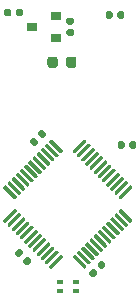
<source format=gbp>
%TF.GenerationSoftware,KiCad,Pcbnew,5.1.6*%
%TF.CreationDate,2020-10-25T22:33:59+01:00*%
%TF.ProjectId,anykey,616e796b-6579-42e6-9b69-6361645f7063,rev?*%
%TF.SameCoordinates,Original*%
%TF.FileFunction,Paste,Bot*%
%TF.FilePolarity,Positive*%
%FSLAX46Y46*%
G04 Gerber Fmt 4.6, Leading zero omitted, Abs format (unit mm)*
G04 Created by KiCad (PCBNEW 5.1.6) date 2020-10-25 22:33:59*
%MOMM*%
%LPD*%
G01*
G04 APERTURE LIST*
%ADD10R,0.900000X0.800000*%
%ADD11R,0.600000X0.400000*%
G04 APERTURE END LIST*
%TO.C,C4*%
G36*
G01*
X154810000Y-73827500D02*
X154810000Y-74172500D01*
G75*
G02*
X154662500Y-74320000I-147500J0D01*
G01*
X154367500Y-74320000D01*
G75*
G02*
X154220000Y-74172500I0J147500D01*
G01*
X154220000Y-73827500D01*
G75*
G02*
X154367500Y-73680000I147500J0D01*
G01*
X154662500Y-73680000D01*
G75*
G02*
X154810000Y-73827500I0J-147500D01*
G01*
G37*
G36*
G01*
X155780000Y-73827500D02*
X155780000Y-74172500D01*
G75*
G02*
X155632500Y-74320000I-147500J0D01*
G01*
X155337500Y-74320000D01*
G75*
G02*
X155190000Y-74172500I0J147500D01*
G01*
X155190000Y-73827500D01*
G75*
G02*
X155337500Y-73680000I147500J0D01*
G01*
X155632500Y-73680000D01*
G75*
G02*
X155780000Y-73827500I0J-147500D01*
G01*
G37*
%TD*%
%TO.C,C6*%
G36*
G01*
X145590000Y-62972500D02*
X145590000Y-62627500D01*
G75*
G02*
X145737500Y-62480000I147500J0D01*
G01*
X146032500Y-62480000D01*
G75*
G02*
X146180000Y-62627500I0J-147500D01*
G01*
X146180000Y-62972500D01*
G75*
G02*
X146032500Y-63120000I-147500J0D01*
G01*
X145737500Y-63120000D01*
G75*
G02*
X145590000Y-62972500I0J147500D01*
G01*
G37*
G36*
G01*
X144620000Y-62972500D02*
X144620000Y-62627500D01*
G75*
G02*
X144767500Y-62480000I147500J0D01*
G01*
X145062500Y-62480000D01*
G75*
G02*
X145210000Y-62627500I0J-147500D01*
G01*
X145210000Y-62972500D01*
G75*
G02*
X145062500Y-63120000I-147500J0D01*
G01*
X144767500Y-63120000D01*
G75*
G02*
X144620000Y-62972500I0J147500D01*
G01*
G37*
%TD*%
%TO.C,U2*%
G36*
G01*
X151361180Y-84462400D02*
X150424264Y-83525484D01*
G75*
G02*
X150424264Y-83419418I53033J53033D01*
G01*
X150530330Y-83313352D01*
G75*
G02*
X150636396Y-83313352I53033J-53033D01*
G01*
X151573312Y-84250268D01*
G75*
G02*
X151573312Y-84356334I-53033J-53033D01*
G01*
X151467246Y-84462400D01*
G75*
G02*
X151361180Y-84462400I-53033J53033D01*
G01*
G37*
G36*
G01*
X151714734Y-84108846D02*
X150777818Y-83171930D01*
G75*
G02*
X150777818Y-83065864I53033J53033D01*
G01*
X150883884Y-82959798D01*
G75*
G02*
X150989950Y-82959798I53033J-53033D01*
G01*
X151926866Y-83896714D01*
G75*
G02*
X151926866Y-84002780I-53033J-53033D01*
G01*
X151820800Y-84108846D01*
G75*
G02*
X151714734Y-84108846I-53033J53033D01*
G01*
G37*
G36*
G01*
X152068287Y-83755293D02*
X151131371Y-82818377D01*
G75*
G02*
X151131371Y-82712311I53033J53033D01*
G01*
X151237437Y-82606245D01*
G75*
G02*
X151343503Y-82606245I53033J-53033D01*
G01*
X152280419Y-83543161D01*
G75*
G02*
X152280419Y-83649227I-53033J-53033D01*
G01*
X152174353Y-83755293D01*
G75*
G02*
X152068287Y-83755293I-53033J53033D01*
G01*
G37*
G36*
G01*
X152421841Y-83401739D02*
X151484925Y-82464823D01*
G75*
G02*
X151484925Y-82358757I53033J53033D01*
G01*
X151590991Y-82252691D01*
G75*
G02*
X151697057Y-82252691I53033J-53033D01*
G01*
X152633973Y-83189607D01*
G75*
G02*
X152633973Y-83295673I-53033J-53033D01*
G01*
X152527907Y-83401739D01*
G75*
G02*
X152421841Y-83401739I-53033J53033D01*
G01*
G37*
G36*
G01*
X152775394Y-83048186D02*
X151838478Y-82111270D01*
G75*
G02*
X151838478Y-82005204I53033J53033D01*
G01*
X151944544Y-81899138D01*
G75*
G02*
X152050610Y-81899138I53033J-53033D01*
G01*
X152987526Y-82836054D01*
G75*
G02*
X152987526Y-82942120I-53033J-53033D01*
G01*
X152881460Y-83048186D01*
G75*
G02*
X152775394Y-83048186I-53033J53033D01*
G01*
G37*
G36*
G01*
X153128947Y-82694633D02*
X152192031Y-81757717D01*
G75*
G02*
X152192031Y-81651651I53033J53033D01*
G01*
X152298097Y-81545585D01*
G75*
G02*
X152404163Y-81545585I53033J-53033D01*
G01*
X153341079Y-82482501D01*
G75*
G02*
X153341079Y-82588567I-53033J-53033D01*
G01*
X153235013Y-82694633D01*
G75*
G02*
X153128947Y-82694633I-53033J53033D01*
G01*
G37*
G36*
G01*
X153482501Y-82341079D02*
X152545585Y-81404163D01*
G75*
G02*
X152545585Y-81298097I53033J53033D01*
G01*
X152651651Y-81192031D01*
G75*
G02*
X152757717Y-81192031I53033J-53033D01*
G01*
X153694633Y-82128947D01*
G75*
G02*
X153694633Y-82235013I-53033J-53033D01*
G01*
X153588567Y-82341079D01*
G75*
G02*
X153482501Y-82341079I-53033J53033D01*
G01*
G37*
G36*
G01*
X153836054Y-81987526D02*
X152899138Y-81050610D01*
G75*
G02*
X152899138Y-80944544I53033J53033D01*
G01*
X153005204Y-80838478D01*
G75*
G02*
X153111270Y-80838478I53033J-53033D01*
G01*
X154048186Y-81775394D01*
G75*
G02*
X154048186Y-81881460I-53033J-53033D01*
G01*
X153942120Y-81987526D01*
G75*
G02*
X153836054Y-81987526I-53033J53033D01*
G01*
G37*
G36*
G01*
X154189607Y-81633973D02*
X153252691Y-80697057D01*
G75*
G02*
X153252691Y-80590991I53033J53033D01*
G01*
X153358757Y-80484925D01*
G75*
G02*
X153464823Y-80484925I53033J-53033D01*
G01*
X154401739Y-81421841D01*
G75*
G02*
X154401739Y-81527907I-53033J-53033D01*
G01*
X154295673Y-81633973D01*
G75*
G02*
X154189607Y-81633973I-53033J53033D01*
G01*
G37*
G36*
G01*
X154543161Y-81280419D02*
X153606245Y-80343503D01*
G75*
G02*
X153606245Y-80237437I53033J53033D01*
G01*
X153712311Y-80131371D01*
G75*
G02*
X153818377Y-80131371I53033J-53033D01*
G01*
X154755293Y-81068287D01*
G75*
G02*
X154755293Y-81174353I-53033J-53033D01*
G01*
X154649227Y-81280419D01*
G75*
G02*
X154543161Y-81280419I-53033J53033D01*
G01*
G37*
G36*
G01*
X154896714Y-80926866D02*
X153959798Y-79989950D01*
G75*
G02*
X153959798Y-79883884I53033J53033D01*
G01*
X154065864Y-79777818D01*
G75*
G02*
X154171930Y-79777818I53033J-53033D01*
G01*
X155108846Y-80714734D01*
G75*
G02*
X155108846Y-80820800I-53033J-53033D01*
G01*
X155002780Y-80926866D01*
G75*
G02*
X154896714Y-80926866I-53033J53033D01*
G01*
G37*
G36*
G01*
X155250268Y-80573312D02*
X154313352Y-79636396D01*
G75*
G02*
X154313352Y-79530330I53033J53033D01*
G01*
X154419418Y-79424264D01*
G75*
G02*
X154525484Y-79424264I53033J-53033D01*
G01*
X155462400Y-80361180D01*
G75*
G02*
X155462400Y-80467246I-53033J-53033D01*
G01*
X155356334Y-80573312D01*
G75*
G02*
X155250268Y-80573312I-53033J53033D01*
G01*
G37*
G36*
G01*
X154419418Y-78575736D02*
X154313352Y-78469670D01*
G75*
G02*
X154313352Y-78363604I53033J53033D01*
G01*
X155250268Y-77426688D01*
G75*
G02*
X155356334Y-77426688I53033J-53033D01*
G01*
X155462400Y-77532754D01*
G75*
G02*
X155462400Y-77638820I-53033J-53033D01*
G01*
X154525484Y-78575736D01*
G75*
G02*
X154419418Y-78575736I-53033J53033D01*
G01*
G37*
G36*
G01*
X154065864Y-78222182D02*
X153959798Y-78116116D01*
G75*
G02*
X153959798Y-78010050I53033J53033D01*
G01*
X154896714Y-77073134D01*
G75*
G02*
X155002780Y-77073134I53033J-53033D01*
G01*
X155108846Y-77179200D01*
G75*
G02*
X155108846Y-77285266I-53033J-53033D01*
G01*
X154171930Y-78222182D01*
G75*
G02*
X154065864Y-78222182I-53033J53033D01*
G01*
G37*
G36*
G01*
X153712311Y-77868629D02*
X153606245Y-77762563D01*
G75*
G02*
X153606245Y-77656497I53033J53033D01*
G01*
X154543161Y-76719581D01*
G75*
G02*
X154649227Y-76719581I53033J-53033D01*
G01*
X154755293Y-76825647D01*
G75*
G02*
X154755293Y-76931713I-53033J-53033D01*
G01*
X153818377Y-77868629D01*
G75*
G02*
X153712311Y-77868629I-53033J53033D01*
G01*
G37*
G36*
G01*
X153358757Y-77515075D02*
X153252691Y-77409009D01*
G75*
G02*
X153252691Y-77302943I53033J53033D01*
G01*
X154189607Y-76366027D01*
G75*
G02*
X154295673Y-76366027I53033J-53033D01*
G01*
X154401739Y-76472093D01*
G75*
G02*
X154401739Y-76578159I-53033J-53033D01*
G01*
X153464823Y-77515075D01*
G75*
G02*
X153358757Y-77515075I-53033J53033D01*
G01*
G37*
G36*
G01*
X153005204Y-77161522D02*
X152899138Y-77055456D01*
G75*
G02*
X152899138Y-76949390I53033J53033D01*
G01*
X153836054Y-76012474D01*
G75*
G02*
X153942120Y-76012474I53033J-53033D01*
G01*
X154048186Y-76118540D01*
G75*
G02*
X154048186Y-76224606I-53033J-53033D01*
G01*
X153111270Y-77161522D01*
G75*
G02*
X153005204Y-77161522I-53033J53033D01*
G01*
G37*
G36*
G01*
X152651651Y-76807969D02*
X152545585Y-76701903D01*
G75*
G02*
X152545585Y-76595837I53033J53033D01*
G01*
X153482501Y-75658921D01*
G75*
G02*
X153588567Y-75658921I53033J-53033D01*
G01*
X153694633Y-75764987D01*
G75*
G02*
X153694633Y-75871053I-53033J-53033D01*
G01*
X152757717Y-76807969D01*
G75*
G02*
X152651651Y-76807969I-53033J53033D01*
G01*
G37*
G36*
G01*
X152298097Y-76454415D02*
X152192031Y-76348349D01*
G75*
G02*
X152192031Y-76242283I53033J53033D01*
G01*
X153128947Y-75305367D01*
G75*
G02*
X153235013Y-75305367I53033J-53033D01*
G01*
X153341079Y-75411433D01*
G75*
G02*
X153341079Y-75517499I-53033J-53033D01*
G01*
X152404163Y-76454415D01*
G75*
G02*
X152298097Y-76454415I-53033J53033D01*
G01*
G37*
G36*
G01*
X151944544Y-76100862D02*
X151838478Y-75994796D01*
G75*
G02*
X151838478Y-75888730I53033J53033D01*
G01*
X152775394Y-74951814D01*
G75*
G02*
X152881460Y-74951814I53033J-53033D01*
G01*
X152987526Y-75057880D01*
G75*
G02*
X152987526Y-75163946I-53033J-53033D01*
G01*
X152050610Y-76100862D01*
G75*
G02*
X151944544Y-76100862I-53033J53033D01*
G01*
G37*
G36*
G01*
X151590991Y-75747309D02*
X151484925Y-75641243D01*
G75*
G02*
X151484925Y-75535177I53033J53033D01*
G01*
X152421841Y-74598261D01*
G75*
G02*
X152527907Y-74598261I53033J-53033D01*
G01*
X152633973Y-74704327D01*
G75*
G02*
X152633973Y-74810393I-53033J-53033D01*
G01*
X151697057Y-75747309D01*
G75*
G02*
X151590991Y-75747309I-53033J53033D01*
G01*
G37*
G36*
G01*
X151237437Y-75393755D02*
X151131371Y-75287689D01*
G75*
G02*
X151131371Y-75181623I53033J53033D01*
G01*
X152068287Y-74244707D01*
G75*
G02*
X152174353Y-74244707I53033J-53033D01*
G01*
X152280419Y-74350773D01*
G75*
G02*
X152280419Y-74456839I-53033J-53033D01*
G01*
X151343503Y-75393755D01*
G75*
G02*
X151237437Y-75393755I-53033J53033D01*
G01*
G37*
G36*
G01*
X150883884Y-75040202D02*
X150777818Y-74934136D01*
G75*
G02*
X150777818Y-74828070I53033J53033D01*
G01*
X151714734Y-73891154D01*
G75*
G02*
X151820800Y-73891154I53033J-53033D01*
G01*
X151926866Y-73997220D01*
G75*
G02*
X151926866Y-74103286I-53033J-53033D01*
G01*
X150989950Y-75040202D01*
G75*
G02*
X150883884Y-75040202I-53033J53033D01*
G01*
G37*
G36*
G01*
X150530330Y-74686648D02*
X150424264Y-74580582D01*
G75*
G02*
X150424264Y-74474516I53033J53033D01*
G01*
X151361180Y-73537600D01*
G75*
G02*
X151467246Y-73537600I53033J-53033D01*
G01*
X151573312Y-73643666D01*
G75*
G02*
X151573312Y-73749732I-53033J-53033D01*
G01*
X150636396Y-74686648D01*
G75*
G02*
X150530330Y-74686648I-53033J53033D01*
G01*
G37*
G36*
G01*
X149363604Y-74686648D02*
X148426688Y-73749732D01*
G75*
G02*
X148426688Y-73643666I53033J53033D01*
G01*
X148532754Y-73537600D01*
G75*
G02*
X148638820Y-73537600I53033J-53033D01*
G01*
X149575736Y-74474516D01*
G75*
G02*
X149575736Y-74580582I-53033J-53033D01*
G01*
X149469670Y-74686648D01*
G75*
G02*
X149363604Y-74686648I-53033J53033D01*
G01*
G37*
G36*
G01*
X149010050Y-75040202D02*
X148073134Y-74103286D01*
G75*
G02*
X148073134Y-73997220I53033J53033D01*
G01*
X148179200Y-73891154D01*
G75*
G02*
X148285266Y-73891154I53033J-53033D01*
G01*
X149222182Y-74828070D01*
G75*
G02*
X149222182Y-74934136I-53033J-53033D01*
G01*
X149116116Y-75040202D01*
G75*
G02*
X149010050Y-75040202I-53033J53033D01*
G01*
G37*
G36*
G01*
X148656497Y-75393755D02*
X147719581Y-74456839D01*
G75*
G02*
X147719581Y-74350773I53033J53033D01*
G01*
X147825647Y-74244707D01*
G75*
G02*
X147931713Y-74244707I53033J-53033D01*
G01*
X148868629Y-75181623D01*
G75*
G02*
X148868629Y-75287689I-53033J-53033D01*
G01*
X148762563Y-75393755D01*
G75*
G02*
X148656497Y-75393755I-53033J53033D01*
G01*
G37*
G36*
G01*
X148302943Y-75747309D02*
X147366027Y-74810393D01*
G75*
G02*
X147366027Y-74704327I53033J53033D01*
G01*
X147472093Y-74598261D01*
G75*
G02*
X147578159Y-74598261I53033J-53033D01*
G01*
X148515075Y-75535177D01*
G75*
G02*
X148515075Y-75641243I-53033J-53033D01*
G01*
X148409009Y-75747309D01*
G75*
G02*
X148302943Y-75747309I-53033J53033D01*
G01*
G37*
G36*
G01*
X147949390Y-76100862D02*
X147012474Y-75163946D01*
G75*
G02*
X147012474Y-75057880I53033J53033D01*
G01*
X147118540Y-74951814D01*
G75*
G02*
X147224606Y-74951814I53033J-53033D01*
G01*
X148161522Y-75888730D01*
G75*
G02*
X148161522Y-75994796I-53033J-53033D01*
G01*
X148055456Y-76100862D01*
G75*
G02*
X147949390Y-76100862I-53033J53033D01*
G01*
G37*
G36*
G01*
X147595837Y-76454415D02*
X146658921Y-75517499D01*
G75*
G02*
X146658921Y-75411433I53033J53033D01*
G01*
X146764987Y-75305367D01*
G75*
G02*
X146871053Y-75305367I53033J-53033D01*
G01*
X147807969Y-76242283D01*
G75*
G02*
X147807969Y-76348349I-53033J-53033D01*
G01*
X147701903Y-76454415D01*
G75*
G02*
X147595837Y-76454415I-53033J53033D01*
G01*
G37*
G36*
G01*
X147242283Y-76807969D02*
X146305367Y-75871053D01*
G75*
G02*
X146305367Y-75764987I53033J53033D01*
G01*
X146411433Y-75658921D01*
G75*
G02*
X146517499Y-75658921I53033J-53033D01*
G01*
X147454415Y-76595837D01*
G75*
G02*
X147454415Y-76701903I-53033J-53033D01*
G01*
X147348349Y-76807969D01*
G75*
G02*
X147242283Y-76807969I-53033J53033D01*
G01*
G37*
G36*
G01*
X146888730Y-77161522D02*
X145951814Y-76224606D01*
G75*
G02*
X145951814Y-76118540I53033J53033D01*
G01*
X146057880Y-76012474D01*
G75*
G02*
X146163946Y-76012474I53033J-53033D01*
G01*
X147100862Y-76949390D01*
G75*
G02*
X147100862Y-77055456I-53033J-53033D01*
G01*
X146994796Y-77161522D01*
G75*
G02*
X146888730Y-77161522I-53033J53033D01*
G01*
G37*
G36*
G01*
X146535177Y-77515075D02*
X145598261Y-76578159D01*
G75*
G02*
X145598261Y-76472093I53033J53033D01*
G01*
X145704327Y-76366027D01*
G75*
G02*
X145810393Y-76366027I53033J-53033D01*
G01*
X146747309Y-77302943D01*
G75*
G02*
X146747309Y-77409009I-53033J-53033D01*
G01*
X146641243Y-77515075D01*
G75*
G02*
X146535177Y-77515075I-53033J53033D01*
G01*
G37*
G36*
G01*
X146181623Y-77868629D02*
X145244707Y-76931713D01*
G75*
G02*
X145244707Y-76825647I53033J53033D01*
G01*
X145350773Y-76719581D01*
G75*
G02*
X145456839Y-76719581I53033J-53033D01*
G01*
X146393755Y-77656497D01*
G75*
G02*
X146393755Y-77762563I-53033J-53033D01*
G01*
X146287689Y-77868629D01*
G75*
G02*
X146181623Y-77868629I-53033J53033D01*
G01*
G37*
G36*
G01*
X145828070Y-78222182D02*
X144891154Y-77285266D01*
G75*
G02*
X144891154Y-77179200I53033J53033D01*
G01*
X144997220Y-77073134D01*
G75*
G02*
X145103286Y-77073134I53033J-53033D01*
G01*
X146040202Y-78010050D01*
G75*
G02*
X146040202Y-78116116I-53033J-53033D01*
G01*
X145934136Y-78222182D01*
G75*
G02*
X145828070Y-78222182I-53033J53033D01*
G01*
G37*
G36*
G01*
X145474516Y-78575736D02*
X144537600Y-77638820D01*
G75*
G02*
X144537600Y-77532754I53033J53033D01*
G01*
X144643666Y-77426688D01*
G75*
G02*
X144749732Y-77426688I53033J-53033D01*
G01*
X145686648Y-78363604D01*
G75*
G02*
X145686648Y-78469670I-53033J-53033D01*
G01*
X145580582Y-78575736D01*
G75*
G02*
X145474516Y-78575736I-53033J53033D01*
G01*
G37*
G36*
G01*
X144643666Y-80573312D02*
X144537600Y-80467246D01*
G75*
G02*
X144537600Y-80361180I53033J53033D01*
G01*
X145474516Y-79424264D01*
G75*
G02*
X145580582Y-79424264I53033J-53033D01*
G01*
X145686648Y-79530330D01*
G75*
G02*
X145686648Y-79636396I-53033J-53033D01*
G01*
X144749732Y-80573312D01*
G75*
G02*
X144643666Y-80573312I-53033J53033D01*
G01*
G37*
G36*
G01*
X144997220Y-80926866D02*
X144891154Y-80820800D01*
G75*
G02*
X144891154Y-80714734I53033J53033D01*
G01*
X145828070Y-79777818D01*
G75*
G02*
X145934136Y-79777818I53033J-53033D01*
G01*
X146040202Y-79883884D01*
G75*
G02*
X146040202Y-79989950I-53033J-53033D01*
G01*
X145103286Y-80926866D01*
G75*
G02*
X144997220Y-80926866I-53033J53033D01*
G01*
G37*
G36*
G01*
X145350773Y-81280419D02*
X145244707Y-81174353D01*
G75*
G02*
X145244707Y-81068287I53033J53033D01*
G01*
X146181623Y-80131371D01*
G75*
G02*
X146287689Y-80131371I53033J-53033D01*
G01*
X146393755Y-80237437D01*
G75*
G02*
X146393755Y-80343503I-53033J-53033D01*
G01*
X145456839Y-81280419D01*
G75*
G02*
X145350773Y-81280419I-53033J53033D01*
G01*
G37*
G36*
G01*
X145704327Y-81633973D02*
X145598261Y-81527907D01*
G75*
G02*
X145598261Y-81421841I53033J53033D01*
G01*
X146535177Y-80484925D01*
G75*
G02*
X146641243Y-80484925I53033J-53033D01*
G01*
X146747309Y-80590991D01*
G75*
G02*
X146747309Y-80697057I-53033J-53033D01*
G01*
X145810393Y-81633973D01*
G75*
G02*
X145704327Y-81633973I-53033J53033D01*
G01*
G37*
G36*
G01*
X146057880Y-81987526D02*
X145951814Y-81881460D01*
G75*
G02*
X145951814Y-81775394I53033J53033D01*
G01*
X146888730Y-80838478D01*
G75*
G02*
X146994796Y-80838478I53033J-53033D01*
G01*
X147100862Y-80944544D01*
G75*
G02*
X147100862Y-81050610I-53033J-53033D01*
G01*
X146163946Y-81987526D01*
G75*
G02*
X146057880Y-81987526I-53033J53033D01*
G01*
G37*
G36*
G01*
X146411433Y-82341079D02*
X146305367Y-82235013D01*
G75*
G02*
X146305367Y-82128947I53033J53033D01*
G01*
X147242283Y-81192031D01*
G75*
G02*
X147348349Y-81192031I53033J-53033D01*
G01*
X147454415Y-81298097D01*
G75*
G02*
X147454415Y-81404163I-53033J-53033D01*
G01*
X146517499Y-82341079D01*
G75*
G02*
X146411433Y-82341079I-53033J53033D01*
G01*
G37*
G36*
G01*
X146764987Y-82694633D02*
X146658921Y-82588567D01*
G75*
G02*
X146658921Y-82482501I53033J53033D01*
G01*
X147595837Y-81545585D01*
G75*
G02*
X147701903Y-81545585I53033J-53033D01*
G01*
X147807969Y-81651651D01*
G75*
G02*
X147807969Y-81757717I-53033J-53033D01*
G01*
X146871053Y-82694633D01*
G75*
G02*
X146764987Y-82694633I-53033J53033D01*
G01*
G37*
G36*
G01*
X147118540Y-83048186D02*
X147012474Y-82942120D01*
G75*
G02*
X147012474Y-82836054I53033J53033D01*
G01*
X147949390Y-81899138D01*
G75*
G02*
X148055456Y-81899138I53033J-53033D01*
G01*
X148161522Y-82005204D01*
G75*
G02*
X148161522Y-82111270I-53033J-53033D01*
G01*
X147224606Y-83048186D01*
G75*
G02*
X147118540Y-83048186I-53033J53033D01*
G01*
G37*
G36*
G01*
X147472093Y-83401739D02*
X147366027Y-83295673D01*
G75*
G02*
X147366027Y-83189607I53033J53033D01*
G01*
X148302943Y-82252691D01*
G75*
G02*
X148409009Y-82252691I53033J-53033D01*
G01*
X148515075Y-82358757D01*
G75*
G02*
X148515075Y-82464823I-53033J-53033D01*
G01*
X147578159Y-83401739D01*
G75*
G02*
X147472093Y-83401739I-53033J53033D01*
G01*
G37*
G36*
G01*
X147825647Y-83755293D02*
X147719581Y-83649227D01*
G75*
G02*
X147719581Y-83543161I53033J53033D01*
G01*
X148656497Y-82606245D01*
G75*
G02*
X148762563Y-82606245I53033J-53033D01*
G01*
X148868629Y-82712311D01*
G75*
G02*
X148868629Y-82818377I-53033J-53033D01*
G01*
X147931713Y-83755293D01*
G75*
G02*
X147825647Y-83755293I-53033J53033D01*
G01*
G37*
G36*
G01*
X148179200Y-84108846D02*
X148073134Y-84002780D01*
G75*
G02*
X148073134Y-83896714I53033J53033D01*
G01*
X149010050Y-82959798D01*
G75*
G02*
X149116116Y-82959798I53033J-53033D01*
G01*
X149222182Y-83065864D01*
G75*
G02*
X149222182Y-83171930I-53033J-53033D01*
G01*
X148285266Y-84108846D01*
G75*
G02*
X148179200Y-84108846I-53033J53033D01*
G01*
G37*
G36*
G01*
X148532754Y-84462400D02*
X148426688Y-84356334D01*
G75*
G02*
X148426688Y-84250268I53033J53033D01*
G01*
X149363604Y-83313352D01*
G75*
G02*
X149469670Y-83313352I53033J-53033D01*
G01*
X149575736Y-83419418D01*
G75*
G02*
X149575736Y-83525484I-53033J-53033D01*
G01*
X148638820Y-84462400D01*
G75*
G02*
X148532754Y-84462400I-53033J53033D01*
G01*
G37*
%TD*%
D10*
%TO.C,U1*%
X149000000Y-63050000D03*
X149000000Y-64950000D03*
X147000000Y-64000000D03*
%TD*%
%TO.C,R1*%
G36*
G01*
X154190000Y-63172500D02*
X154190000Y-62827500D01*
G75*
G02*
X154337500Y-62680000I147500J0D01*
G01*
X154632500Y-62680000D01*
G75*
G02*
X154780000Y-62827500I0J-147500D01*
G01*
X154780000Y-63172500D01*
G75*
G02*
X154632500Y-63320000I-147500J0D01*
G01*
X154337500Y-63320000D01*
G75*
G02*
X154190000Y-63172500I0J147500D01*
G01*
G37*
G36*
G01*
X153220000Y-63172500D02*
X153220000Y-62827500D01*
G75*
G02*
X153367500Y-62680000I147500J0D01*
G01*
X153662500Y-62680000D01*
G75*
G02*
X153810000Y-62827500I0J-147500D01*
G01*
X153810000Y-63172500D01*
G75*
G02*
X153662500Y-63320000I-147500J0D01*
G01*
X153367500Y-63320000D01*
G75*
G02*
X153220000Y-63172500I0J147500D01*
G01*
G37*
%TD*%
D11*
%TO.C,D1*%
X149350000Y-85600000D03*
X150650000Y-85600000D03*
X150650000Y-86400000D03*
X149350000Y-86400000D03*
%TD*%
%TO.C,C7*%
G36*
G01*
X150372500Y-64780000D02*
X150027500Y-64780000D01*
G75*
G02*
X149880000Y-64632500I0J147500D01*
G01*
X149880000Y-64337500D01*
G75*
G02*
X150027500Y-64190000I147500J0D01*
G01*
X150372500Y-64190000D01*
G75*
G02*
X150520000Y-64337500I0J-147500D01*
G01*
X150520000Y-64632500D01*
G75*
G02*
X150372500Y-64780000I-147500J0D01*
G01*
G37*
G36*
G01*
X150372500Y-63810000D02*
X150027500Y-63810000D01*
G75*
G02*
X149880000Y-63662500I0J147500D01*
G01*
X149880000Y-63367500D01*
G75*
G02*
X150027500Y-63220000I147500J0D01*
G01*
X150372500Y-63220000D01*
G75*
G02*
X150520000Y-63367500I0J-147500D01*
G01*
X150520000Y-63662500D01*
G75*
G02*
X150372500Y-63810000I-147500J0D01*
G01*
G37*
%TD*%
%TO.C,C5*%
G36*
G01*
X152070432Y-85173519D02*
X151826481Y-84929567D01*
G75*
G02*
X151826481Y-84720971I104298J104298D01*
G01*
X152035077Y-84512375D01*
G75*
G02*
X152243673Y-84512375I104298J-104298D01*
G01*
X152487625Y-84756327D01*
G75*
G02*
X152487625Y-84964923I-104298J-104298D01*
G01*
X152279029Y-85173519D01*
G75*
G02*
X152070433Y-85173519I-104298J104298D01*
G01*
G37*
G36*
G01*
X152756326Y-84487625D02*
X152512375Y-84243673D01*
G75*
G02*
X152512375Y-84035077I104298J104298D01*
G01*
X152720971Y-83826481D01*
G75*
G02*
X152929567Y-83826481I104298J-104298D01*
G01*
X153173519Y-84070433D01*
G75*
G02*
X153173519Y-84279029I-104298J-104298D01*
G01*
X152964923Y-84487625D01*
G75*
G02*
X152756327Y-84487625I-104298J104298D01*
G01*
G37*
%TD*%
%TO.C,C3*%
G36*
G01*
X147929568Y-72726481D02*
X148173519Y-72970433D01*
G75*
G02*
X148173519Y-73179029I-104298J-104298D01*
G01*
X147964923Y-73387625D01*
G75*
G02*
X147756327Y-73387625I-104298J104298D01*
G01*
X147512375Y-73143673D01*
G75*
G02*
X147512375Y-72935077I104298J104298D01*
G01*
X147720971Y-72726481D01*
G75*
G02*
X147929567Y-72726481I104298J-104298D01*
G01*
G37*
G36*
G01*
X147243674Y-73412375D02*
X147487625Y-73656327D01*
G75*
G02*
X147487625Y-73864923I-104298J-104298D01*
G01*
X147279029Y-74073519D01*
G75*
G02*
X147070433Y-74073519I-104298J104298D01*
G01*
X146826481Y-73829567D01*
G75*
G02*
X146826481Y-73620971I104298J104298D01*
G01*
X147035077Y-73412375D01*
G75*
G02*
X147243673Y-73412375I104298J-104298D01*
G01*
G37*
%TD*%
%TO.C,C2*%
G36*
G01*
X146212375Y-83756326D02*
X146456327Y-83512375D01*
G75*
G02*
X146664923Y-83512375I104298J-104298D01*
G01*
X146873519Y-83720971D01*
G75*
G02*
X146873519Y-83929567I-104298J-104298D01*
G01*
X146629567Y-84173519D01*
G75*
G02*
X146420971Y-84173519I-104298J104298D01*
G01*
X146212375Y-83964923D01*
G75*
G02*
X146212375Y-83756327I104298J104298D01*
G01*
G37*
G36*
G01*
X145526481Y-83070432D02*
X145770433Y-82826481D01*
G75*
G02*
X145979029Y-82826481I104298J-104298D01*
G01*
X146187625Y-83035077D01*
G75*
G02*
X146187625Y-83243673I-104298J-104298D01*
G01*
X145943673Y-83487625D01*
G75*
G02*
X145735077Y-83487625I-104298J104298D01*
G01*
X145526481Y-83279029D01*
G75*
G02*
X145526481Y-83070433I104298J104298D01*
G01*
G37*
%TD*%
%TO.C,C1*%
G36*
G01*
X149850000Y-67256250D02*
X149850000Y-66743750D01*
G75*
G02*
X150068750Y-66525000I218750J0D01*
G01*
X150506250Y-66525000D01*
G75*
G02*
X150725000Y-66743750I0J-218750D01*
G01*
X150725000Y-67256250D01*
G75*
G02*
X150506250Y-67475000I-218750J0D01*
G01*
X150068750Y-67475000D01*
G75*
G02*
X149850000Y-67256250I0J218750D01*
G01*
G37*
G36*
G01*
X148275000Y-67256250D02*
X148275000Y-66743750D01*
G75*
G02*
X148493750Y-66525000I218750J0D01*
G01*
X148931250Y-66525000D01*
G75*
G02*
X149150000Y-66743750I0J-218750D01*
G01*
X149150000Y-67256250D01*
G75*
G02*
X148931250Y-67475000I-218750J0D01*
G01*
X148493750Y-67475000D01*
G75*
G02*
X148275000Y-67256250I0J218750D01*
G01*
G37*
%TD*%
M02*

</source>
